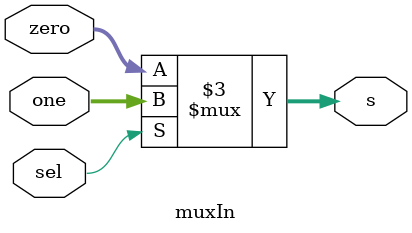
<source format=v>
module muxIn (
    input wire[3:0] zero, one,
    input wire sel,
    output reg[3:0] s
);
    always @(sel) begin
        if(sel) begin
            s = one;
        end else begin
            s = zero;
        end
    end
endmodule
</source>
